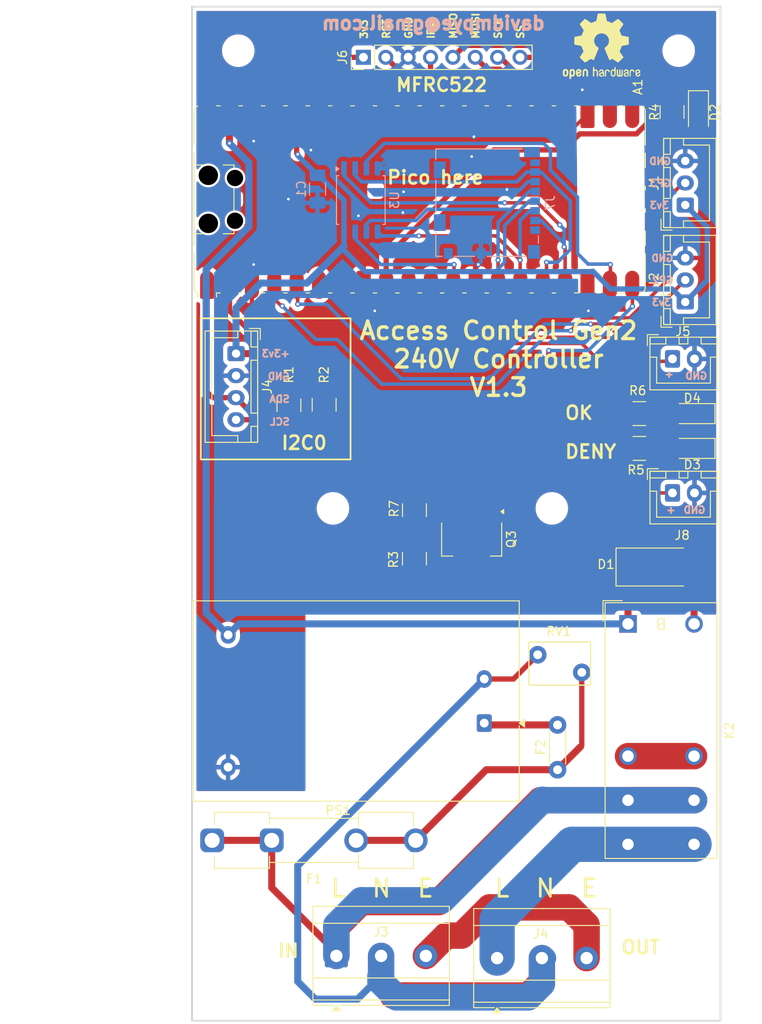
<source format=kicad_pcb>
(kicad_pcb (version 20241229) (generator "pcbnew") (generator_version "9.0")
  (layers (0 "F.Cu" signal) (2 "B.Cu" signal) (13 "F.Paste" user) (15 "B.Paste" user) (5 "F.SilkS" user "F.Silkscreen") (7 "B.SilkS" user "B.Silkscreen") (1 "F.Mask" user) (3 "B.Mask" user) (25 "Edge.Cuts" user))
  (net 0 "")
  (net 1 "HEARTBEAT")
  (net 2 "GND")
  (net 3 "MFRC_MISO")
  (net 4 "I2C0_SCL")
  (net 5 "MFRC_SS")
  (net 8 "MFRC_SCK")
  (net 10 "GPIO_ACC2")
  (net 11 "MFRC_MOSI")
  (net 13 "I2C0_SDA")
  (net 14 "+3V3")
  (net 15 "FLASH_WP")
  (net 16 "MFRC_IRQ")
  (net 17 "Net-(D3-A)")
  (net 18 "Net-(D2-A)")
  (net 19 "FLASH_HOLD")
  (net 22 "FLASH_MOSI")
  (net 23 "GPIO_ACC3")
  (net 25 "FLASH_CLK")
  (net 26 "FLASH_MISO")
  (net 27 "FLASH_CS")
  (net 29 "MFRC_RST")
  (net 30 "MOSFET_GATE")
  (net 31 "GPIO_ACC1")
  (net 33 "RELAY-")
  (net 36 "RELAY+")
  (net 37 "ACCESS_DENIED")
  (net 38 "ACCESS_GRANTED")
  (net 39 "Net-(D4-A)")
  (net 40 "GPIO_ACC4")
  (net 41 "Net-(Q3-G)")
  (net 42 "NEUT")
  (net 43 "Net-(PS1-AC{slash}L)")
  (net 44 "LINE")
  (net 45 "SW_LINE")
  (net 46 "Earth")
  (net 47 "unconnected-(K2-Pad12)")
  (net 48 "Net-(F1-Pad2)")
  (footprint "MountingHole:MountingHole_3.2mm_M3" (layer "F.Cu") (at 86.25 23.25)
    (property "Reference" "REF**" (hide yes))
    (property "Value" "MountingHole_3.2mm_M3")
  )
  (footprint "Package_TO_SOT_SMD:SOT-223-3_TabPin2" (layer "F.Cu") (at 62.75 78.65 -90)
    (property "Reference" "Q3")
    (property "Value" "IRLL014N")
  )
  (footprint "Resistor_THT:R_Axial_DIN0204_L3.6mm_D1.6mm_P5.08mm_Horizontal" (layer "F.Cu") (at 72.5 104.79 90)
    (property "Reference" "F2")
    (property "Value" "Fuse")
  )
  (footprint "Module:RaspberryPi_Pico_SMD_HandSolder" (layer "F.Cu") (at 56.85 40.11 90)
    (property "Reference" "A1")
    (property "Value" "RaspberryPi_Pico")
  )
  (footprint "TerminalBlock_MetzConnect:TerminalBlock_MetzConnect_Type073_RT02603HBLU_1x03_P5.08mm_Horizontal" (layer "F.Cu") (at 47.39 125.9025)
    (property "Reference" "J3")
    (property "Value" "Conn_01x03")
  )
  (footprint "Symbol:OSHW-Logo2_9.8x8mm_SilkScreen" (layer "F.Cu") (at 77.5 22.75)
    (property "Reference" "REF**" (hide yes))
    (property "Value" "OSHW-Logo2_9.8x8mm_SilkScreen" (hide yes))
  )
  (footprint "Connector_JST:JST_XH_B3B-XH-A_1x03_P2.50mm_Vertical" (layer "F.Cu") (at 87 40.75 90)
    (property "Reference" "J1")
    (property "Value" "Conn_01x03")
  )
  (footprint "Relay_THT:Relay_SPDT_Omron_G2RL-1-E" (layer "F.Cu") (at 80.5 88.25)
    (property "Reference" "K2")
    (property "Value" "Relay_SPDT")
  )
  (footprint "Connector_JST:JST_XH_B3B-XH-A_1x03_P2.50mm_Vertical" (layer "F.Cu") (at 87 51.75 90)
    (property "Reference" "J2")
    (property "Value" "Conn_01x03")
  )
  (footprint "Connector_JST:JST_XH_B2B-XH-A_1x02_P2.50mm_Vertical" (layer "F.Cu") (at 85.55 58.2)
    (property "Reference" "J5")
    (property "Value" "Conn_01x02_Pin")
  )
  (footprint "LED_SMD:LED_1206_3216Metric_Pad1.42x1.75mm_HandSolder" (layer "F.Cu") (at 87.9125 68.35 180)
    (property "Reference" "D3")
    (property "Value" "ACCESS_DENIED")
  )
  (footprint "Resistor_SMD:R_1210_3225Metric_Pad1.30x2.65mm_HandSolder" (layer "F.Cu") (at 81.796048 64.404557)
    (property "Reference" "R6")
    (property "Value" "91R")
  )
  (footprint "LED_SMD:LED_1206_3216Metric_Pad1.42x1.75mm_HandSolder" (layer "F.Cu") (at 88.5 30.25 -90)
    (property "Reference" "D2")
    (property "Value" "HEARTBEAT")
  )
  (footprint "Resistor_SMD:R_1210_3225Metric_Pad1.30x2.65mm_HandSolder" (layer "F.Cu") (at 81.796048 68.35)
    (property "Reference" "R5")
    (property "Value" "91R")
  )
  (footprint "Resistor_SMD:R_1210_3225Metric_Pad1.30x2.65mm_HandSolder" (layer "F.Cu") (at 56.25 75.35 -90)
    (property "Reference" "R7")
    (property "Value" "1K")
  )
  (footprint "Diode_SMD:D_SMA-SMB_Universal_Handsoldering" (layer "F.Cu") (at 84.1 81.8)
    (property "Reference" "D1")
    (property "Value" "D")
  )
  (footprint "Resistor_SMD:R_1210_3225Metric_Pad1.30x2.65mm_HandSolder" (layer "F.Cu") (at 85.5 30.2 -90)
    (property "Reference" "R4")
    (property "Value" "91R")
  )
  (footprint "MountingHole:MountingHole_3.2mm_M3" (layer "F.Cu") (at 36.25 128.25)
    (property "Reference" "REF**" (hide yes))
    (property "Value" "MountingHole_3.2mm_M3")
  )
  (footprint "LED_SMD:LED_1206_3216Metric_Pad1.42x1.75mm_HandSolder" (layer "F.Cu") (at 87.9125 64.404557 180)
    (property "Reference" "D4")
    (property "Value" "ACCESS_GRANTED")
  )
  (footprint "Connector_JST:JST_XH_B2B-XH-A_1x02_P2.50mm_Vertical" (layer "F.Cu") (at 85.55 73.4)
    (property "Reference" "J8")
    (property "Value" "Conn_01x02_Pin")
  )
  (footprint "Resistor_SMD:R_1210_3225Metric_Pad1.30x2.65mm_HandSolder" (layer "F.Cu") (at 56.25 80.85 -90)
    (property "Reference" "R3")
    (property "Value" "10K")
  )
  (footprint "MountingHole:MountingHole_3.2mm_M3" (layer "F.Cu") (at 36.25 23.25)
    (property "Reference" "REF**" (hide yes))
    (property "Value" "MountingHole_3.2mm_M3")
  )
  (footprint "Connector_PinHeader_2.54mm:PinHeader_1x08_P2.54mm_Vertical" (layer "F.Cu") (at 50.46 24 90)
    (property "Reference" "J6")
    (property "Value" "MFRC_CONN")
  )
  (footprint "Varistor:RV_Disc_D7mm_W4.9mm_P5mm" (layer "F.Cu") (at 75.25 93.75 180)
    (property "Reference" "RV1")
    (property "Value" "Varistor")
  )
  (footprint "Connector_JST:JST_XH_B4B-XH-A_1x04_P2.50mm_Vertical" (layer "F.Cu") (at 36 57.6 -90)
    (property "Reference" "J4")
    (property "Value" "Conn_01x04_Pin")
  )
  (footprint "MountingHole:MountingHole_3.2mm_M3" (layer "F.Cu") (at 47 75.15)
    (property "Reference" "REF**" (hide yes))
    (property "Value" "MountingHole_3.2mm_M3")
  )
  (footprint "MountingHole:MountingHole_3.2mm_M3" (layer "F.Cu") (at 86.25 128.25)
    (property "Reference" "REF**" (hide yes))
    (property "Value" "MountingHole_3.2mm_M3")
  )
  (footprint "TerminalBlock_MetzConnect:TerminalBlock_MetzConnect_Type073_RT02603HBLU_1x03_P5.08mm_Horizontal" (layer "F.Cu") (at 65.64 126.1525)
    (property "Reference" "J4")
    (property "Value" "Conn_01x03")
  )
  (footprint "Resistor_SMD:R_1210_3225Metric_Pad1.30x2.65mm_HandSolder" (layer "F.Cu") (at 46 63.4 -90)
    (property "Reference" "R2")
    (property "Value" "4k7")
  )
  (footprint "Fuse:Fuseholder_Clip-5x20mm_Keystone_3517_Inline_P23.11x6.76mm_D1.70mm_Horizontal" (layer "F.Cu") (at 33.29 112.8)
    (property "Reference" "F1")
    (property "Value" "Fuse")
  )
  (footprint "MountingHole:MountingHole_3.2mm_M3" (layer "F.Cu") (at 71.85 75.15)
    (property "Reference" "REF**" (hide yes))
    (property "Value" "MountingHole_3.2mm_M3" (hide yes))
  )
  (footprint "Resistor_SMD:R_1210_3225Metric_Pad1.30x2.65mm_HandSolder" (layer "F.Cu") (at 42 63.45 -90)
    (property "Reference" "R1")
    (property "Value" "4k7")
  )
  (footprint "Converter_ACDC:Converter_ACDC_Hi-Link_HLK-PMxx" (layer "F.Cu") (at 64.18 99.5 180)
    (property "Reference" "PS1")
    (property "Value" "HLK-PM01")
  )
  (footprint "Package_SO:SOIC-8_5.3x5.3mm_P1.27mm" (layer "B.Cu") (at 50.1625 40.1825 -90)
    (property "Reference" "U3")
    (property "Value" "W25Q32JVSS")
  )
  (footprint "Connector_Card:microSD_HC_Molex_104031-0811" (layer "B.Cu") (at 64.5 40.5 90)
    (property "Reference" "J7")
    (property "Value" "Micro_SD_Card")
  )
  (footprint "Capacitor_SMD:C_1206_3216Metric_Pad1.33x1.80mm_HandSolder" (layer "B.Cu") (at 45.25 38.9375 -90)
    (property "Reference" "C1")
    (property "Value" "0.1uF")
  )
  (gr_rect (start 32 53.6) (end 49 69.6) (stroke (width 0.2)) (fill no) (layer "F.SilkS"))
  (gr_rect (start 31 18.25) (end 91 133.25) (stroke (width 0.2)) (fill no) (layer "Edge.Cuts"))
  (gr_text "IRQ" (at 58.607143 22 90) (layer "F.SilkS") (effects (font (size 0.8 0.8) (thickness 0.2) (bold yes)) (justify left bottom)))
  (gr_text "SS" (at 68.75 22 90) (layer "F.SilkS") (effects (font (size 0.8 0.8) (thickness 0.2) (bold yes)) (justify left bottom)))
  (gr_text "IN" (at 40.6 126.2 0) (layer "F.SilkS") (effects (font (size 1.5 1.5) (thickness 0.3) (bold yes)) (justify left bottom)))
  (gr_text "SCK" (at 66.214286 22 90) (layer "F.SilkS") (effects (font (size 0.8 0.8) (thickness 0.2) (bold yes)) (justify left bottom)))
  (gr_text "OK" (at 73.2 65.2 0) (layer "F.SilkS") (effects (font (size 1.5 1.5) (thickness 0.3) (bold yes)) (justify left bottom)))
  (gr_text "L  N  E" (at 65.2 119.4 0) (layer "F.SilkS") (effects (font (size 2 2) (thickness 0.3) (bold yes)) (justify left bottom)))
  (gr_text "Pico here" (at 53 38.5 0) (layer "F.SilkS") (effects (font (size 1.5 1.5) (thickness 0.3) (bold yes)) (justify left bottom)))
  (gr_text "MISO" (at 61.142857 22 90) (layer "F.SilkS") (effects (font (size 0.8 0.8) (thickness 0.2) (bold yes)) (justify left bottom)))
  (gr_text "Access Control Gen2\n240V Controller\nV1.3" (at 65.8 62.6 0) (layer "F.SilkS") (effects (font (size 2 2) (thickness 0.375) (bold yes)) (justify bottom)))
  (gr_text "3v3" (at 51 22 90) (layer "F.SilkS") (effects (font (size 0.8 0.8) (thickness 0.2) (bold yes)) (justify left bottom)))
  (gr_text "GND\n" (at 56.071429 22 90) (layer "F.SilkS") (effects (font (size 0.8 0.8) (thickness 0.2) (bold yes)) (justify left bottom)))
  (gr_text "L  N  E" (at 46.6 119.4 0) (layer "F.SilkS") (effects (font (size 2 2) (thickness 0.3) (bold yes)) (justify left bottom)))
  (gr_text "MFRC522" (at 54 28 0) (layer "F.SilkS") (effects (font (size 1.5 1.5) (thickness 0.3) (bold yes)) (justify left bottom)))
  (gr_text "I2C0" (at 41 68.6 0) (layer "F.SilkS") (effects (font (size 1.5 1.5) (thickness 0.3) (bold yes)) (justify left bottom)))
  (gr_text "RST\n" (at 53.535714 22 90) (layer "F.SilkS") (effects (font (size 0.8 0.8) (thickness 0.2) (bold yes)) (justify left bottom)))
  (gr_text "OUT" (at 79.6 125.8 0) (layer "F.SilkS") (effects (font (size 1.5 1.5) (thickness 0.3) (bold yes)) (justify left bottom)))
  (gr_text "DENY" (at 73.2 69.6 0) (layer "F.SilkS") (effects (font (size 1.5 1.5) (thickness 0.3) (bold yes)) (justify left bottom)))
  (gr_text "MOSI\n" (at 63.678571 22 90) (layer "F.SilkS") (effects (font (size 0.8 0.8) (thickness 0.2) (bold yes)) (justify left bottom)))
  (gr_text "+" (at 85.8 60.4 0) (layer "B.SilkS") (effects (font (size 0.8 0.8) (thickness 0.2) (bold yes)) (justify left bottom mirror)))
  (gr_text "GP2" (at 85.75 49.75 0) (layer "B.SilkS") (effects (font (size 0.8 0.8) (thickness 0.2) (bold yes)) (justify left bottom mirror)))
  (gr_text "3v3" (at 85.5 52.25 0) (layer "B.SilkS") (effects (font (size 0.8 0.8) (thickness 0.2) (bold yes)) (justify left bottom mirror)))
  (gr_text "+" (at 86 75.8 0) (layer "B.SilkS") (effects (font (size 0.8 0.8) (thickness 0.2) (bold yes)) (justify left bottom mirror)))
  (gr_text "GP3" (at 85.5 38.75 0) (layer "B.SilkS") (effects (font (size 0.8 0.8) (thickness 0.2) (bold yes)) (justify left bottom mirror)))
  (gr_text "+3v3\n\nGND\n\nSDA\n\nSCL" (at 42.2 65.8 0) (layer "B.SilkS") (effects (font (size 0.8 0.8) (thickness 0.2) (bold yes)) (justify left bottom mirror)))
  (gr_text "GND\n" (at 85.5 36.25 0) (layer "B.SilkS") (effects (font (size 0.8 0.8) (thickness 0.2) (bold yes)) (justify left bottom mirror)))
  (gr_text "GND\n" (at 85.75 47.25 0) (layer "B.SilkS") (effects (font (size 0.8 0.8) (thickness 0.2) (bold yes)) (justify left bottom mirror)))
  (gr_text "3v3" (at 85.25 41.25 0) (layer "B.SilkS") (effects (font (size 0.8 0.8) (thickness 0.2) (bold yes)) (justify left bottom mirror)))
  (gr_text "davidmpye@gmail.com" (at 71.25 21 0) (layer "B.SilkS") (effects (font (size 1.5 1.5) (thickness 0.375) (bold yes)) (justify left bottom mirror)))
  (gr_text "GND\n" (at 89.6 60.6 0) (layer "B.SilkS") (effects (font (size 0.8 0.8) (thickness 0.2) (bold yes)) (justify left bottom mirror)))
  (gr_text "GND\n" (at 89.4 75.8 0) (layer "B.SilkS") (effects (font (size 0.8 0.8) (thickness 0.2) (bold yes)) (justify left bottom mirror)))
  (segment (start 81.47 32.68) (end 85.5 28.65) (width 0.6) (layer "F.Cu") (net 1))
  (segment (start 53.04 46.71) (end 65.25 34.5) (width 0.6) (layer "F.Cu") (net 1))
  (segment (start 53.04 49.8) (end 53.04 46.71) (width 0.6) (layer "F.Cu") (net 1))
  (segment (start 73.2 34.5) (end 75.02 32.68) (width 0.6) (layer "F.Cu") (net 1))
  (segment (start 75.02 32.68) (end 81.47 32.68) (width 0.6) (layer "F.Cu") (net 1))
  (segment (start 65.25 34.5) (end 73.2 34.5) (width 0.6) (layer "F.Cu") (net 1))
  (segment (start 37.8 49.8) (end 37.8 47.7) (width 0.6) (layer "F.Cu") (net 2))
  (segment (start 62.75 33.25) (end 63 33) (width 0.4) (layer "F.Cu") (net 2))
  (segment (start 63.2 49.8) (end 63.2 47.8) (width 0.6) (layer "F.Cu") (net 2))
  (segment (start 37.8 33.3) (end 38 33.5) (width 0.6) (layer "F.Cu") (net 2))
  (segment (start 62.75 35.25) (end 62.75 33.25) (width 0.4) (layer "F.Cu") (net 2))
  (segment (start 75.9 52.65) (end 76 52.75) (width 0.4) (layer "F.Cu") (net 2))
  (segment (start 37.8 47.7) (end 38 47.5) (width 0.6) (layer "F.Cu") (net 2))
  (segment (start 63.2 47.8) (end 63.5 47.5) (width 0.6) (layer "F.Cu") (net 2))
  (segment (start 73.32 33) (end 63 33) (width 0.4) (layer "F.Cu") (net 2))
  (segment (start 50.5 49.8) (end 50.5 51.5) (width 0.6) (layer "F.Cu") (net 2))
  (segment (start 75.9 49.8) (end 75.9 52.65) (width 0.4) (layer "F.Cu") (net 2))
  (segment (start 50.5 51.5) (end 51.75 52.75) (width 0.6) (layer "F.Cu") (net 2))
  (segment (start 63.2 32.8) (end 63 33) (width 0.6) (layer "F.Cu") (net 2))
  (segment (start 75.9 30.42) (end 73.32 33) (width 0.4) (layer "F.Cu") (net 2))
  (segment (start 63.2 30.42) (end 63.2 32.8) (width 0.6) (layer "F.Cu") (net 2))
  (segment (start 75.9 30.42) (end 75.9 28.27) (width 0.4) (layer "F.Cu") (net 2))
  (segment (start 75.9 28.27) (end 75.31 27.68) (width 0.4) (layer "F.Cu") (net 2))
  (segment (start 37.8 30.42) (end 37.8 33.3) (width 0.6) (layer "F.Cu") (net 2))
  (via (at 54.94 41.61) (size 0.6) (drill 0.3) (layers "F.Cu" "B.Cu") (net 2))
  (via (at 62.75 35.25) (size 0.6) (drill 0.3) (layers "F.Cu" "B.Cu") (net 2))
  (via (at 75.31 27.68) (size 0.6) (drill 0.3) (layers "F.Cu" "B.Cu") (net 2))
  (via (at 76 52.75) (size 0.6) (drill 0.3) (layers "F.Cu" "B.Cu") (net 2))
  (via (at 44.5 34.52) (size 0.6) (drill 0.3) (layers "F.Cu" "B.Cu") (net 2))
  (via (at 41.94 40.08) (size 0.6) (drill 0.3) (layers "F.Cu" "B.Cu") (net 2))
  (via (at 38 47.5) (size 0.6) (drill 0.3) (layers "F.Cu" "B.Cu") (net 2))
  (via (at 55.02 39.25) (size 0.6) (drill 0.3) (layers "F.Cu" "B.Cu") (net 2))
  (via (at 51.75 52.75) (size 0.6) (drill 0.3) (layers "F.Cu" "B.Cu") (net 2))
  (via (at 38 33.5) (size 0.6) (drill 0.3) (layers "F.Cu" "B.Cu") (net 2))
  (via (at 66.75 39) (size 0.6) (drill 0.3) (layers "F.Cu" "B.Cu") (net 2))
  (via (at 49.89 41.97) (size 0.6) (drill 0.3) (layers "F.Cu" "B.Cu") (net 2))
  (via (at 63 33) (size 0.6) (drill 0.3) (layers "F.Cu" "B.Cu") (net 2))
  (via (at 63.5 47.5) (size 0.6) (drill 0.3) (layers "F.Cu" "B.Cu") (net 2))
  (segment (start 63.8 47.2) (end 63.5 47.5) (width 0.4) (layer "B.Cu") (net 2))
  (segment (start 63.8 46.24) (end 63.8 47.2) (width 0.4) (layer "B.Cu") (net 2))
  (segment (start 52.0675 36.595) (end 53.4125 35.25) (width 0.4) (layer "B.Cu") (net 2))
  (segment (start 68.25 39) (end 66.75 39) (width 0.4) (layer "B.Cu") (net 2))
  (segment (start 53.4125 35.25) (end 62.75 35.25) (width 0.4) (layer "B.Cu") (net 2))
  (segment (start 69.145 38.105) (end 68.25 39) (width 0.4) (layer "B.Cu") (net 2))
  (segment (start 69.95 38.105) (end 69.145 38.105) (width 0.4) (layer "B.Cu") (net 2))
  (segment (start 61.971 22.649) (end 60.62 24) (width 0.6) (layer "F.Cu") (net 3))
  (segment (start 74.809 22.649) (end 61.971 22.649) (width 0.6) (layer "F.Cu") (net 3))
  (segment (start 80.98 28.82) (end 74.809 22.649) (width 0.6) (layer "F.Cu") (net 3))
  (segment (start 80.98 30.42) (end 80.98 28.82) (width 0.6) (layer "F.Cu") (net 3))
  (segment (start 36 65.1) (end 41.9 65.1) (width 0.6) (layer "F.Cu") (net 4))
  (segment (start 35.26 49.8) (end 35.26 52.76) (width 0.6) (layer "F.Cu") (net 4))
  (segment (start 43.5 66.5) (end 42 65) (width 0.6) (layer "F.Cu") (net 4))
  (segment (start 42.125 59.625) (end 47.375 59.625) (width 0.6) (layer "F.Cu") (net 4))
  (segment (start 35.26 49.8) (end 35.26 50.258438) (width 0.6) (layer "F.Cu") (net 4))
  (segment (start 48.75 61) (end 48.75 65.25) (width 0.6) (layer "F.Cu") (net 4))
  (segment (start 35.26 52.76) (end 42.125 59.625) (width 0.6) (layer "F.Cu") (net 4))
  (segment (start 48.75 65.25) (end 47.5 66.5) (width 0.6) (layer "F.Cu") (net 4))
  (segment (start 47.5 66.5) (end 43.5 66.5) (width 0.6) (layer "F.Cu") (net 4))
  (segment (start 41.9 65.1) (end 42 65) (width 0.6) (layer "F.Cu") (net 4))
  (segment (start 47.375 59.625) (end 48.75 61) (width 0.6) (layer "F.Cu") (net 4))
  (segment (start 78.44 30.42) (end 78.44 28.82) (width 0.6) (layer "F.Cu") (net 5))
  (segment (start 73.62 24) (end 68.24 24) (width 0.6) (layer "F.Cu") (net 5))
  (segment (start 78.44 28.82) (end 73.62 24) (width 0.6) (layer "F.Cu") (net 5))
  (segment (start 73.065879 31.365879) (end 73.250054 31.365879) (width 0.6) (layer "F.Cu") (net 8))
  (segment (start 72 26.5) (end 73.36 27.86) (width 0.6) (layer "F.Cu") (net 8))
  (segment (start 68.5 26.5) (end 72 26.5) (width 0.6) (layer "F.Cu") (net 8))
  (segment (start 73.36 27.86) (end 73.36 30.42) (width 0.6) (layer "F.Cu") (net 8))
  (segment (start 65.7 24) (end 66 24) (width 0.6) (layer "F.Cu") (net 8))
  (segment (start 66 24) (end 68.5 26.5) (width 0.6) (layer "F.Cu") (net 8))
  (segment (start 43 52) (end 43 49.92) (width 0.4) (layer "F.Cu") (net 10))
  (segment (start 76.25 54.25) (end 82 54.25) (width 0.4) (layer "F.Cu") (net 10))
  (segment (start 43 49.92) (end 42.88 49.8) (width 0.4) (layer "F.Cu") (net 10))
  (segment (start 82 54.25) (end 87 49.25) (width 0.4) (layer "F.Cu") (net 10))
  (via (at 43 52) (size 0.6) (drill 0.3) (layers "F.Cu" "B.Cu") (net 10))
  (via (at 76.25 54.25) (size 0.6) (drill 0.3) (layers "F.Cu" "B.Cu") (net 10))
  (segment (start 46.301 52) (end 43 52) (width 0.4) (layer "B.Cu") (net 10))
  (segment (start 71 54.25) (end 76.25 54.25) (width 0.4) (layer "B.Cu") (net 10))
  (segment (start 71 54.25) (end 65 60.25) (width 0.4) (layer "B.Cu") (net 10))
  (segment (start 56.401 60.449) (end 54.75 60.449) (width 0.4) (layer "B.Cu") (net 10))
  (segment (start 64.75 60.25) (end 64.547 60.453) (width 0.4) (layer "B.Cu") (net 10))
  (segment (start 64.547 60.453) (end 56.405 60.453) (width 0.4) (layer "B.Cu") (net 10))
  (segment (start 54.75 60.449) (end 46.301 52) (width 0.4) (layer "B.Cu") (net 10))
  (segment (start 65 60.25) (end 64.75 60.25) (width 0.4) (layer "B.Cu") (net 10))
  (segment (start 56.405 60.453) (end 56.401 60.449) (width 0.4) (layer "B.Cu") (net 10))
  (segment (start 70.710054 30.577268) (end 70.710054 31.365879) (width 0.6) (layer "F.Cu") (net 11))
  (segment (start 65.943785 25.351) (end 64.511 25.351) (width 0.6) (layer "F.Cu") (net 11))
  (segment (start 70.74 30.42) (end 70.74 30.314206) (width 0.6) (layer "F.Cu") (net 11))
  (segment (start 70.5 27.5) (end 68.092785 27.5) (width 0.6) (layer "F.Cu") (net 11))
  (segment (start 70.82 30.42) (end 70.82 27.82) (width 0.6) (layer "F.Cu") (net 11))
  (segment (start 68.092785 27.5) (end 65.943785 25.351) (width 0.6) (layer "F.Cu") (net 11))
  (segment (start 64.511 25.351) (end 63.16 24) (width 0.6) (layer "F.Cu") (net 11))
  (segment (start 70.82 27.82) (end 70.5 27.5) (width 0.6) (layer "F.Cu") (net 11))
  (segment (start 36 62.6) (end 33.35 62.6) (width 0.6) (layer "F.Cu") (net 13))
  (segment (start 44.799 63.749) (end 37.149 63.749) (width 0.6) (layer "F.Cu") (net 13))
  (segment (start 32.72 61.97) (end 32.72 49.8) (width 0.6) (layer "F.Cu") (net 13))
  (segment (start 37.149 63.749) (end 36 62.6) (width 0.6) (layer "F.Cu") (net 13))
  (segment (start 33.35 62.6) (end 32.72 61.97) (width 0.6) (layer "F.Cu") (net 13))
  (segment (start 46 64.95) (end 44.799 63.749) (width 0.6) (layer "F.Cu") (net 13))
  (segment (start 47.7 24) (end 50.46 24) (width 0.6) (layer "F.Cu") (net 14))
  (segment (start 36 57.6) (end 37.7 57.6) (width 0.8) (layer "F.Cu") (net 14))
  (segment (start 42.88 30.42) (end 42.88 28.82) (width 0.6) (layer "F.Cu") (net 14))
  (segment (start 42 61.9) (end 43.4 61.9) (width 0.6) (layer "F.Cu") (net 14))
  (segment (start 43.4 61.9) (end 45.95 61.9) (width 0.6) (layer "F.Cu") (net 14))
  (segment (start 37.7 57.6) (end 42 61.9) (width 0.8) (layer "F.Cu") (net 14))
  (segment (start 42.88 28.82) (end 47.7 24) (width 0.6) (layer "F.Cu") (net 14))
  (segment (start 42.8 30.01) (end 42.8 31.22) (width 0.8) (layer "F.Cu") (net 14))
  (segment (start 45.95 61.9) (end 46 61.85) (width 0.6) (layer "F.Cu") (net 14))
  (segment (start 42.88 34.88) (end 43 35) (width 0.6) (layer "F.Cu") (net 14))
  (segment (start 42.88 30.42) (end 42.88 34.88) (width 0.6) (layer "F.Cu") (net 14))
  (via (at 43 35) (size 0.6) (drill 0.3) (layers "F.Cu" "B.Cu") (net 14))
  (segment (start 36 57.6) (end 36 52.4) (width 0.8) (layer "B.Cu") (net 14))
  (segment (start 76.449 48.301) (end 50.668214 48.301) (width 0.6) (layer "B.Cu") (net 14))
  (segment (start 66.500532 47.240832) (end 65.540364 48.201) (width 0.4) (layer "B.Cu") (net 14))
  (segment (start 85.524 50.274) (end 78.524 50.274) (width 0.6) (layer "B.Cu") (net 14))
  (segment (start 89.5 43.25) (end 87 40.75) (width 0.6) (layer "B.Cu") (net 14))
  (segment (start 45.375 37.375) (end 48.2575 40.2575) (width 0.6) (layer "B.Cu") (net 14))
  (segment (start 45.25 37.375) (end 45.375 37.375) (width 0.6) (layer "B.Cu") (net 14))
  (segment (start 78.524 50.274) (end 76.5 48.25) (width 0.6) (layer "B.Cu") (net 14))
  (segment (start 43 35) (end 43 35.125) (width 0.6) (layer "B.Cu") (net 14))
  (segment (start 44.0575 49.6) (end 38.8 49.6) (width 0.8) (layer "B.Cu") (net 14))
  (segment (start 43 35.125) (end 45.25 37.375) (width 0.6) (layer "B.Cu") (net 14))
  (segment (start 48.2575 45.4) (end 48.2575 43.77) (width 0.4) (layer "B.Cu") (net 14))
  (segment (start 89.5 49.25) (end 89.5 43.25) (width 0.6) (layer "B.Cu") (net 14))
  (segment (start 87 51.75) (end 89.5 49.25) (width 0.6) (layer "B.Cu") (net 14))
  (segment (start 36 52.4) (end 38.8 49.6) (width 0.8) (layer "B.Cu") (net 14))
  (segment (start 50.668214 48.301) (end 48.2575 45.890286) (width 0.6) (layer "B.Cu") (net 14))
  (segment (start 69.273 40.305) (end 66.500532 43.077468) (width 0.4) (layer "B.Cu") (net 14))
  (segment (start 87 51.75) (end 85.524 50.274) (width 0.6) (layer "B.Cu") (net 14))
  (segment (start 48.2575 40.2575) (end 48.2575 43.77) (width 0.6) (layer "B.Cu") (net 14))
  (segment (start 48.2575 45.748864) (end 48.2575 45.4) (width 0.4) (layer "B.Cu") (net 14))
  (segment (start 69.95 40.305) (end 69.273 40.305) (width 0.4) (layer "B.Cu") (net 14))
  (segment (start 76.5 48.25) (end 76.449 48.301) (width 0.6) (layer "B.Cu") (net 14))
  (segment (start 50.709636 48.201) (end 48.2575 45.748864) (width 0.4) (layer "B.Cu") (net 14))
  (segment (start 66.500532 43.077468) (end 66.500532 47.240832) (width 0.4) (layer "B.Cu") (net 14))
  (segment (start 48.2575 45.890286) (end 48.2575 43.77) (width 0.6) (layer "B.Cu") (net 14))
  (segment (start 48.2575 45.4) (end 44.0575 49.6) (width 0.8) (layer "B.Cu") (net 14))
  (segment (start 78.5 49.74) (end 78.44 49.8) (width 0.4) (layer "F.Cu") (net 15))
  (segment (start 78.5 47.5) (end 78.5 49.74) (width 0.4) (layer "F.Cu") (net 15))
  (via (at 78.5 47.5) (size 0.6) (drill 0.3) (layers "F.Cu" "B.Cu") (net 15))
  (segment (start 70.919 33.759) (end 71.69 34.53) (width 0.4) (layer "B.Cu") (net 15))
  (segment (start 52.821001 33.759) (end 70.919 33.759) (width 0.4) (layer "B.Cu") (net 15))
  (segment (start 71.69 34.53) (end 71.69 36.79) (width 0.4) (layer "B.Cu") (net 15))
  (segment (start 71.69 36.79) (end 74.77 39.87) (width 0.4) (layer "B.Cu") (net 15))
  (segment (start 50.7975 35.782501) (end 52.821001 33.759) (width 0.4) (layer "B.Cu") (net 15))
  (segment (start 75.97 47.45) (end 78.45 47.45) (width 0.4) (layer "B.Cu") (net 15))
  (segment (start 74.77 46.25) (end 75.97 47.45) (width 0.4) (layer "B.Cu") (net 15))
  (segment (start 74.77 39.87) (end 74.77 46.25) (width 0.4) (layer "B.Cu") (net 15))
  (segment (start 78.45 47.45) (end 78.5 47.5) (width 0.4) (layer "B.Cu") (net 15))
  (segment (start 50.7975 36.595) (end 50.7975 35.782501) (width 0.4) (layer "B.Cu") (net 15))
  (segment (start 68.170054 29.670054) (end 68.170054 31.365879) (width 0.6) (layer "F.Cu") (net 16))
  (segment (start 68.28 30.42) (end 68.28 29.28) (width 0.6) (layer "F.Cu") (net 16))
  (segment (start 58.08 24) (end 58.08 26.08) (width 0.6) (layer "F.Cu") (net 16))
  (segment (start 68.28 28.82) (end 68.28 30.42) (width 0.6) (layer "F.Cu") (net 16))
  (segment (start 58.08 26.08) (end 58.5 26.5) (width 0.6) (layer "F.Cu") (net 16))
  (segment (start 68.2 30.314206) (end 68.2 31.22) (width 0.6) (layer "F.Cu") (net 16))
  (segment (start 68.28 29.28) (end 65.5 26.5) (width 0.6) (layer "F.Cu") (net 16))
  (segment (start 58.5 26.5) (end 65.5 26.5) (width 0.6) (layer "F.Cu") (net 16))
  (segment (start 83.45 68.35) (end 86.425 68.35) (width 0.8) (layer "F.Cu") (net 17))
  (segment (start 85.5 31.75) (end 88.4875 31.75) (width 0.6) (layer "F.Cu") (net 18))
  (segment (start 88.975 31.75) (end 89 31.725) (width 0.6) (layer "F.Cu") (net 18))
  (segment (start 88.4875 31.75) (end 88.5 31.7375) (width 0.6) (layer "F.Cu") (net 18))
  (segment (start 60.75 49.71) (end 60.66 49.8) (width 0.4) (layer "F.Cu") (net 19))
  (segment (start 60.75 47.5) (end 60.75 49.71) (width 0.4) (layer "F.Cu") (net 19))
  (via (at 60.75 47.5) (size 0.6) (drill 0.3) (layers "F.Cu" "B.Cu") (net 19))
  (segment (start 52.445001 47.5) (end 60.75 47.5) (width 0.4) (layer "B.Cu") (net 19))
  (segment (start 49.5275 44.582499) (end 52.445001 47.5) (width 0.4) (layer "B.Cu") (net 19))
  (segment (start 49.5275 43.77) (end 49.5275 44.582499) (width 0.4) (layer "B.Cu") (net 19))
  (segment (start 68.25 49.77) (end 68.28 49.8) (width 0.4) (layer "F.Cu") (net 22))
  (segment (start 68.25 47) (end 68.25 49.77) (width 0.4) (layer "F.Cu") (net 22))
  (segment (start 68.28 49.8) (end 68.28 48.2) (width 0.4) (layer "F.Cu") (net 22))
  (segment (start 65.5 44.25) (end 68.25 47) (width 0.4) (layer "F.Cu") (net 22))
  (segment (start 56.75 44.25) (end 65.5 44.25) (width 0.4) (layer "F.Cu") (net 22))
  (via (at 56.75 44.25) (size 0.6) (drill 0.3) (layers "F.Cu" "B.Cu") (net 22))
  (via (at 68.25 47) (size 0.6) (drill 0.3) (layers "F.Cu" "B.Cu") (net 22))
  (segment (start 52.0675 43.77) (end 52.5475 44.25) (width 0.4) (layer "B.Cu") (net 22))
  (segment (start 69.95 41.405) (end 69.345 41.405) (width 0.4) (layer "B.Cu") (net 22))
  (segment (start 68.25 42.5) (end 68.25 47) (width 0.4) (layer "B.Cu") (net 22))
  (segment (start 52.5475 44.25) (end 56.75 44.25) (width 0.4) (layer "B.Cu") (net 22))
  (segment (start 69.345 41.405) (end 68.25 42.5) (width 0.4) (layer "B.Cu") (net 22))
  (segment (start 45.42 49.8) (end 45.42 49.197794) (width 0.6) (layer "F.Cu") (net 23))
  (segment (start 65.74 49.8) (end 65.74 50.51) (width 0.4) (layer "F.Cu") (net 25))
  (segment (start 65.74 49.8) (end 65.74 48.52) (width 0.4) (layer "F.Cu") (net 25))
  (segment (start 65.75 47) (end 65.75 49.79) (width 0.4) (layer "F.Cu") (net 25))
  (segment (start 65.75 49.79) (end 65.74 49.8) (width 0.4) (layer "F.Cu") (net 25))
  (via (at 65.75 47) (size 0.6) (drill 0.3) (layers "F.Cu" "B.Cu") (net 25))
  (segment (start 50.7975 42.957501) (end 51.255001 42.5) (width 0.4) (layer "B.Cu") (net 25))
  (segment (start 56.458 42.5) (end 57.719 41.239) (width 0.4) (layer "B.Cu") (net 25))
  (segment (start 69.95 39.205) (end 69.273 39.205) (width 0.4) (layer "B.Cu") (net 25))
  (segment (start 65.75 42.728) (end 65.75 47) (width 0.4) (layer "B.Cu") (net 25))
  (segment (start 69.273 39.205) (end 67.239 41.239) (width 0.4) (layer "B.Cu") (net 25))
  (segment (start 67.239 41.239) (end 65.75 42.728) (width 0.4) (layer "B.Cu") (net 25))
  (segment (start 51.255001 42.5) (end 56.458 42.5) (width 0.4) (layer "B.Cu") (net 25))
  (segment (start 50.7975 43.77) (end 50.7975 42.957501) (width 0.4) (layer "B.Cu") (net 25))
  (segment (start 57.719 41.239) (end 67.239 41.239) (width 0.4) (layer "B.Cu") (net 25))
  (segment (start 71.25 47.25) (end 71.25 49.37) (width 0.4) (layer "F.Cu") (net 26))
  (segment (start 71.25 49.37) (end 70.82 49.8) (width 0.4) (layer "F.Cu") (net 26))
  (via (at 71.25 47.25) (size 0.6) (drill 0.3) (layers "F.Cu" "B.Cu") (net 26))
  (segment (start 67.884 38.121) (end 69 37.005) (width 0.4) (layer "B.Cu") (net 26))
  (segment (start 49.5275 36.595) (end 49.5275 37.407499) (width 0.4) (layer "B.Cu") (net 26))
  (segment (start 50.241001 38.121) (end 67.884 38.121) (width 0.4) (layer "B.Cu") (net 26))
  (segment (start 69 37.005) (end 69.95 37.005) (width 0.4) (layer "B.Cu") (net 26))
  (segment (start 69.95 37.005) (end 70.627 37.005) (width 0.4) (layer "B.Cu") (net 26))
  (segment (start 70.627 37.005) (end 73.951 40.329) (width 0.4) (layer "B.Cu") (net 26))
  (segment (start 72.491364 47.25) (end 71.25 47.25) (width 0.4) (layer "B.Cu") (net 26))
  (segment (start 73.951 40.329) (end 73.951 45.790364) (width 0.4) (layer "B.Cu") (net 26))
  (segment (start 49.5275 37.407499) (end 50.241001 38.121) (width 0.4) (layer "B.Cu") (net 26))
  (segment (start 73.951 45.790364) (end 72.491364 47.25) (width 0.4) (layer "B.Cu") (net 26))
  (segment (start 73.36 45.61) (end 73.25 45.5) (width 0.4) (layer "F.Cu") (net 27))
  (segment (start 70.25 40.5) (end 72.75 43) (width 0.4) (layer "F.Cu") (net 27))
  (segment (start 66.5 40.5) (end 70.25 40.5) (width 0.4) (layer "F.Cu") (net 27))
  (segment (start 73.36 49.8) (end 73.36 45.61) (width 0.4) (layer "F.Cu") (net 27))
  (via (at 66.5 40.5) (size 0.6) (drill 0.3) (layers "F.Cu" "B.Cu") (net 27))
  (via (at 73.25 45.5) (size 0.6) (drill 0.3) (layers "F.Cu" "B.Cu") (net 27))
  (via (at 72.75 43) (size 0.6) (drill 0.3) (layers "F.Cu" "B.Cu") (net 27))
  (segment (start 48.2575 37.407499) (end 51.350001 40.5) (width 0.4) (layer "B.Cu") (net 27))
  (segment (start 73.25 45.128) (end 70.627 42.505) (width 0.4) (layer "B.Cu") (net 27))
  (segment (start 51.350001 40.5) (end 66.5 40.5) (width 0.4) (layer "B.Cu") (net 27))
  (segment (start 70.627 42.505) (end 69.95 42.505) (width 0.4) (layer "B.Cu") (net 27))
  (segment (start 73.25 43.5) (end 72.75 43) (width 0.4) (layer "B.Cu") (net 27))
  (segment (start 73.25 45.5) (end 73.25 43.5) (width 0.4) (layer "B.Cu") (net 27))
  (segment (start 48.2575 36.595) (end 48.2575 37.407499) (width 0.4) (layer "B.Cu") (net 27))
  (segment (start 73.25 45.5) (end 73.25 45.128) (width 0.4) (layer "B.Cu") (net 27))
  (segment (start 64.42 27.5) (end 56.5 27.5) (width 0.6) (layer "F.Cu") (net 29))
  (segment (start 53 24) (end 56.5 27.5) (width 0.6) (layer "F.Cu") (net 29))
  (segment (start 65.74 30.42) (end 65.74 28.82) (width 0.6) (layer "F.Cu") (net 29))
  (segment (start 65.74 28.82) (end 64.42 27.5) (width 0.6) (layer "F.Cu") (net 29))
  (segment (start 71.5 58.55) (end 71.5 57.25) (width 0.6) (layer "F.Cu") (net 30))
  (segment (start 56.25 73.8) (end 71.5 58.55) (width 0.6) (layer "F.Cu") (net 30))
  (segment (start 81 52.25) (end 81 49.82) (width 0.4) (layer "F.Cu") (net 30))
  (segment (start 81 49.82) (end 80.98 49.8) (width 0.4) (layer "F.Cu") (net 30))
  (via (at 81 52.25) (size 0.6) (drill 0.3) (layers "F.Cu" "B.Cu") (net 30))
  (via (at 71.5 57.25) (size 0.6) (drill 0.3) (layers "F.Cu" "B.Cu") (net 30))
  (segment (start 81 52.25) (end 77.06 56.19) (width 0.4) (layer "B.Cu") (net 30))
  (segment (start 77.06 56.19) (end 76 57.25) (width 0.4) (layer "B.Cu") (net 30))
  (segment (start 76 57.25) (end 71.5 57.25) (width 0.4) (layer "B.Cu") (net 30))
  (segment (start 40.34 51.4) (end 41.139 52.199) (width 0.4) (layer "F.Cu") (net 31))
  (segment (start 75.451 53.549) (end 80.692364 53.549) (width 0.4) (layer "F.Cu") (net 31))
  (segment (start 85 40) (end 86.75 38.25) (width 0.4) (layer "F.Cu") (net 31))
  (segment (start 85 49.241364) (end 85 40) (width 0.4) (layer "F.Cu") (net 31))
  (segment (start 41.139 52.199) (end 41.199 52.199) (width 0.4) (layer "F.Cu") (net 31))
  (segment (start 80.692364 53.549) (end 85 49.241364) (width 0.4) (layer "F.Cu") (net 31))
  (segment (start 41.25 52.25) (end 41.25 52.2) (width 0.4) (layer "F.Cu") (net 31))
  (segment (start 40.75 50.21) (end 40.34 49.8) (width 0.6) (layer "F.Cu") (net 31))
  (segment (start 74 55) (end 75.451 53.549) (width 0.4) (layer "F.Cu") (net 31))
  (segment (start 41.199 52.199) (end 41.25 52.25) (width 0.4) (layer "F.Cu") (net 31))
  (segment (start 86.75 38.25) (end 87 38.25) (width 0.4) (layer "F.Cu") (net 31))
  (via (at 41.25 52.2) (size 0.6) (drill 0.3) (layers "F.Cu" "B.Cu") (net 31))
  (via (at 74 55) (size 0.6) (drill 0.3) (layers "F.Cu" "B.Cu") (net 31))
  (segment (start 41.25 52.2) (end 45.05 56) (width 0.4) (layer "B.Cu") (net 31))
  (segment (start 45.05 56) (end 47.5 56) (width 0.4) (layer "B.Cu") (net 31))
  (segment (start 66.25 60.5) (end 66.25 60.458636) (width 0.4) (layer "B.Cu") (net 31))
  (segment (start 65.696 61.054) (end 66.25 60.5) (width 0.4) (layer "B.Cu") (net 31))
  (segment (start 71.708636 55) (end 74 55) (width 0.4) (layer "B.Cu") (net 31))
  (segment (start 47.5 56) (end 52.554 61.054) (width 0.4) (layer "B.Cu") (net 31))
  (segment (start 52.554 61.054) (end 65.696 61.054) (width 0.4) (layer "B.Cu") (net 31))
  (segment (start 66.25 60.458636) (end 71.708636 55) (width 0.4) (layer "B.Cu") (net 31))
  (segment (start 62.75 76.5) (end 62.75 75.5) (width 0.6) (layer "F.Cu") (net 33))
  (segment (start 88 88.25) (end 88 82.8) (width 0.8) (layer "F.Cu") (net 33))
  (segment (start 84.15 78.95) (end 65.2 78.95) (width 0.6) (layer "F.Cu") (net 33))
  (segment (start 88 82.8) (end 87 81.8) (width 0.8) (layer "F.Cu") (net 33))
  (segment (start 62.75 81.8) (end 62.75 75.5) (width 0.8) (layer "F.Cu") (net 33))
  (segment (start 65.2 78.95) (end 62.75 76.5) (width 0.6) (layer "F.Cu") (net 33))
  (segment (start 87 81.8) (end 84.15 78.95) (width 0.6) (layer "F.Cu") (net 33))
  (segment (start 35.26 32.034207) (end 35.26 30.42) (width 0.8) (layer "F.Cu") (net 36))
  (segment (start 35.5 30.66) (end 35.26 30.42) (width 0.6) (layer "F.Cu") (net 36))
  (segment (start 80.5 82.5) (end 81.2 81.8) (width 0.8) (layer "F.Cu") (net 36))
  (segment (start 80.5 88.25) (end 80.5 82.5) (width 0.8) (layer "F.Cu") (net 36))
  (segment (start 35.25 33.75) (end 35.25 30.43) (width 0.8) (layer "F.Cu") (net 36))
  (segment (start 35.25 30.43) (end 35.26 30.42) (width 0.8) (layer "F.Cu") (net 36))
  (via (at 35.25 33.75) (size 0.6) (drill 0.3) (layers "F.Cu" "B.Cu") (net 36))
  (segment (start 35.1 89.5) (end 36.35 88.25) (width 0.8) (layer "B.Cu") (net 36))
  (segment (start 32.6 87) (end 32.6 48.043802) (width 0.8) (layer "B.Cu") (net 36))
  (segment (start 37.456 35.956) (end 35.25 33.75) (width 0.8) (layer "B.Cu") (net 36))
  (segment (start 37.456 43.187801) (end 37.456 35.956) (width 0.8) (layer "B.Cu") (net 36))
  (segment (start 32.6 48.043802) (end 35.521901 45.121901) (width 0.8) (layer "B.Cu") (net 36))
  (segment (start 35.1 89.5) (end 32.6 87) (width 0.8) (layer "B.Cu") (net 36))
  (segment (start 36.35 88.25) (end 80.5 88.25) (width 0.8) (layer "B.Cu") (net 36))
  (segment (start 35.521901 45.121901) (end 37.456 43.187801) (width 0.8) (layer "B.Cu") (net 36))
  (segment (start 78.35 55.75) (end 78.2 55.75) (width 0.4) (layer "F.Cu") (net 37))
  (segment (start 64.07 55.75) (end 78.2 55.75) (width 0.4) (layer "F.Cu") (net 37))
  (segment (start 85.55 58.475) (end 81.075 58.475) (width 0.4) (layer "F.Cu") (net 37))
  (segment (start 80.246048 57.646048) (end 80.246048 64.404557) (width 0.4) (layer "F.Cu") (net 37))
  (segment (start 58.12 49.8) (end 64.07 55.75) (width 0.4) (layer "F.Cu") (net 37))
  (segment (start 81.075 58.475) (end 80.246048 57.646048) (width 0.4) (layer "F.Cu") (net 37))
  (segment (start 80.246048 57.646048) (end 78.35 55.75) (width 0.4) (layer "F.Cu") (net 37))
  (segment (start 83.4 73.4) (end 85.55 73.4) (width 0.4) (layer "F.Cu") (net 38))
  (segment (start 63.45 56.45) (end 75.25 56.45) (width 0.4) (layer "F.Cu") (net 38))
  (segment (start 58.801 51.801) (end 63.45 56.45) (width 0.4) (layer "F.Cu") (net 38))
  (segment (start 77.8 59) (end 77.8 65.8) (width 0.4) (layer "F.Cu") (net 38))
  (segment (start 57.581 51.801) (end 58.801 51.801) (width 0.4) (layer "F.Cu") (net 38))
  (segment (start 80.246048 70.246048) (end 83.4 73.4) (width 0.4) (layer "F.Cu") (net 38))
  (segment (start 55.58 49.8) (end 57.581 51.801) (width 0.4) (layer "F.Cu") (net 38))
  (segment (start 75.25 56.45) (end 77.8 59) (width 0.4) (layer "F.Cu") (net 38))
  (segment (start 77.8 65.8) (end 80.35 68.35) (width 0.4) (layer "F.Cu") (net 38))
  (segment (start 85.1 73.1) (end 85.1 73.4) (width 0.4) (layer "F.Cu") (net 38))
  (segment (start 80.246048 68.35) (end 80.246048 70.246048) (width 0.4) (layer "F.Cu") (net 38))
  (segment (start 83.346048 64.404557) (end 86.121048 64.404557) (width 0.8) (layer "F.Cu") (net 39))
  (segment (start 47.75 50.01) (end 47.96 49.8) (width 0.4) (layer "F.Cu") (net 40))
  (segment (start 65.05 74.5) (end 65.05 75.5) (width 0.8) (layer "F.Cu") (net 41))
  (segment (start 60.1 73.05) (end 63.6 73.05) (width 0.8) (layer "F.Cu") (net 41))
  (segment (start 56.25 76.9) (end 60.1 73.05) (width 0.8) (layer "F.Cu") (net 41))
  (segment (start 56.25 79.3) (end 56.25 76.9) (width 0.8) (layer "F.Cu") (net 41))
  (segment (start 63.6 73.05) (end 65.05 74.5) (width 0.8) (layer "F.Cu") (net 41))
  (segment (start 52.47 125.9025) (end 52.47 128.87) (width 3) (layer "F.Cu") (net 42))
  (segment (start 64.28 94.6) (end 64.18 94.5) (width 0.6) (layer "F.Cu") (net 42))
  (segment (start 70.25 91.75) (end 67.5 94.5) (width 0.6) (layer "F.Cu") (net 42))
  (segment (start 67.5 94.5) (end 64.18 94.5) (width 0.6) (layer "F.Cu") (net 42))
  (segment (start 64.18 94.5) (end 64.3 94.5) (width 0.8) (layer "F.Cu") (net 42))
  (segment (start 52.47 128.87) (end 54 130.4) (width 3) (layer "F.Cu") (net 42))
  (segment (start 55.4 130.4) (end 53.8 130.4) (width 3) (layer "F.Cu") (net 42))
  (segment (start 70.72 126.1525) (end 70.72 128.88) (width 3) (layer "F.Cu") (net 42))
  (segment (start 69.2 130.4) (end 55.4 130.4) (width 3) (layer "F.Cu") (net 42))
  (segment (start 69.8 129.8) (end 69.2 130.4) (width 3) (layer "F.Cu") (net 42))
  (segment (start 70.72 128.88) (end 69.8 129.8) (width 3) (layer "F.Cu") (net 42))
  (segment (start 54 130.4) (end 55.4 130.4) (width 3) (layer "F.Cu") (net 42))
  (segment (start 54.2 130.6) (end 52.4 128.8) (width 3) (layer "B.Cu") (net 42))
  (segment (start 43 128.8) (end 45 130.8) (width 0.8) (layer "B.Cu") (net 42))
  (segment (start 70.72 126.1525) (end 71.0975 126.1525) (width 2.5) (layer "B.Cu") (net 42))
  (segment (start 64.18 94.5) (end 43 115.68) (width 0.8) (layer "B.Cu") (net 42))
  (segment (start 52.47 128.13) (end 52.47 125.9025) (width 3) (layer "B.Cu") (net 42))
  (segment (start 43 115.68) (end 43 128.8) (width 0.8) (layer "B.Cu") (net 42))
  (segment (start 69.2 130.6) (end 54.2 130.6) (width 3) (layer "B.Cu") (net 42))
  (segment (start 70.72 126.1525) (end 70.72 129.08) (width 3) (layer "B.Cu") (net 42))
  (segment (start 45 130.8) (end 49.8 130.8) (width 0.8) (layer "B.Cu") (net 42))
  (segment (start 49.8 130.8) (end 52.4 128.2) (width 0.8) (layer "B.Cu") (net 42))
  (segment (start 52.4 128.8) (end 52.4 128.2) (width 3) (layer "B.Cu") (net 42))
  (segment (start 70.72 129.08) (end 69.2 130.6) (width 3) (layer "B.Cu") (net 42))
  (segment (start 52.4 128.2) (end 52.47 128.13) (width 3) (layer "B.Cu") (net 42))
  (segment (start 72.5 99.71) (end 64.39 99.71) (width 0.8) (layer "F.Cu") (net 43))
  (segment (start 64.39 99.71) (end 64.18 99.5) (width 0.8) (layer "F.Cu") (net 43))
  (segment (start 59 119.8) (end 50.2 119.8) (width 3) (layer "F.Cu") (net 44))
  (segment (start 40.05 118.1625) (end 47.39 125.5025) (width 0.8) (layer "F.Cu") (net 44))
  (segment (start 88 108.25) (end 80.5 108.25) (width 3) (layer "F.Cu") (net 44))
  (segment (start 50.2 119.8) (end 47.39 122.61) (width 3) (layer "F.Cu") (net 44))
  (segment (start 40.05 112.8) (end 40.05 118.1625) (width 0.8) (layer "F.Cu") (net 44))
  (segment (start 33.29 112.8) (end 40.05 112.8) (width 0.8) (layer "F.Cu") (net 44))
  (segment (start 88 108.25) (end 70.55 108.25) (width 3) (layer "F.Cu") (net 44))
  (segment (start 70.55 108.25) (end 59 119.8) (width 3) (layer "F.Cu") (net 44))
  (segment (start 47.39 122.61) (end 47.39 125.9025) (width 3) (layer "F.Cu") (net 44))
  (segment (start 88 108.25) (end 70.85 108.25) (width 3) (layer "B.Cu") (net 44))
  (segment (start 70.8 108.2) (end 59.4 119.6) (width 3) (layer "B.Cu") (net 44))
  (segment (start 70.85 108.25) (end 70.8 108.2) (width 3) (layer "B.Cu") (net 44))
  (segment (start 59.4 119.6) (end 50.2 119.6) (width 3) (layer "B.Cu") (net 44))
  (segment (start 47.39 122.41) (end 47.39 125.9025) (width 3) (layer "B.Cu") (net 44))
  (segment (start 50.2 119.6) (end 47.39 122.41) (width 3) (layer "B.Cu") (net 44))
  (segment (start 74.15 113.25) (end 65.64 121.76) (width 4) (layer "B.Cu") (net 45))
  (segment (start 65.64 121.76) (end 65.64 126.1525) (width 4) (layer "B.Cu") (net 45))
  (segment (start 88 113.25) (end 74.15 113.25) (width 4) (layer "B.Cu") (net 45))
  (segment (start 73.8 120.4) (end 64.8 120.4) (width 3) (layer "F.Cu") (net 46))
  (segment (start 75.8 126.1525) (end 75.8 122.4) (width 3) (layer "F.Cu") (net 46))
  (segment (start 61.6 123.6) (end 59.8525 123.6) (width 3) (layer "F.Cu") (net 46))
  (segment (start 64.8 120.4) (end 61.6 123.6) (width 3) (layer "F.Cu") (net 46))
  (segment (start 59.8525 123.6) (end 57.55 125.9025) (width 3) (layer "F.Cu") (net 46))
  (segment (start 75.8 122.4) (end 73.8 120.4) (width 3) (layer "F.Cu") (net 46))
  (segment (start 80.5 103.25) (end 88 103.25) (width 3) (layer "F.Cu") (net 47))
  (segment (start 56.4 112.8) (end 56.4 112.6) (width 0.8) (layer "F.Cu") (net 48))
  (segment (start 75.25 93.75) (end 75.25 102.04) (width 0.6) (layer "F.Cu") (net 48))
  (segment (start 75.25 102.04) (end 74.77 102.52) (width 0.6) (layer "F.Cu") (net 48))
  (segment (start 74.77 102.52) (end 72.5 104.79) (width 0.8) (layer "F.Cu") (net 48))
  (segment (start 64.41 104.79) (end 56.4 112.8) (width 0.8) (layer "F.Cu") (net 48))
  (segment (start 72.5 104.79) (end 64.41 104.79) (width 0.8) (layer "F.Cu") (net 48))
  (segment (start 75.1 102.19) (end 74.77 102.52) (width 0.8) (layer "F.Cu") (net 48))
  (segment (start 49.64 112.8) (end 56.4 112.8) (width 0.8) (layer "F.Cu") (net 48))
  (segment (start 56.03 113.75) (end 55.78 113.5) (width 0.8) (layer "B.Cu") (net 48))
  (segment (start 55.78 113.5) (end 55.78 112.4) (width 0.8) (layer "B.Cu") (net 48))
  (zone (net 2) (net_name "GND") (layers "F.Cu" "B.Cu") (connect_pads (clearance 0.5)) (min_thickness 0.25) (fill yes (thermal_gap 0.5) (thermal_bridge_width 0.5))
    (polygon (pts (xy 22.627313 74.25) (xy 43.879629 74.25) (xy 43.879629 107.2) (xy 22.32222 107.2)))
  )
  (zone (net 2) (net_name "GND") (layers "F.Cu" "B.Cu") (connect_pads (clearance 0.5)) (min_thickness 0.25) (fill yes (thermal_gap 0.5) (thermal_bridge_width 0.5))
    (polygon (pts (xy 30.25 17.5) (xy 92.25 17.5) (xy 92.25 87.2) (xy 29.604631 87.2)))
  )
  (zone (net 0) (net_name "") (layers "F.Cu" "B.Cu" "Edge.Cuts") (connect_pads (clearance 0)) (min_thickness 0.25)
    (keepout (tracks allowed) (vias allowed) (pads allowed) (copperpour not_allowed) (footprints allowed))
    (fill (thermal_gap 0.5) (thermal_bridge_width 0.5))
    (polygon (pts (xy 74.63 29.5) (xy 82.343991 29.5) (xy 82.46 50.689676) (xy 74.84 50.72)))
  )
)
</source>
